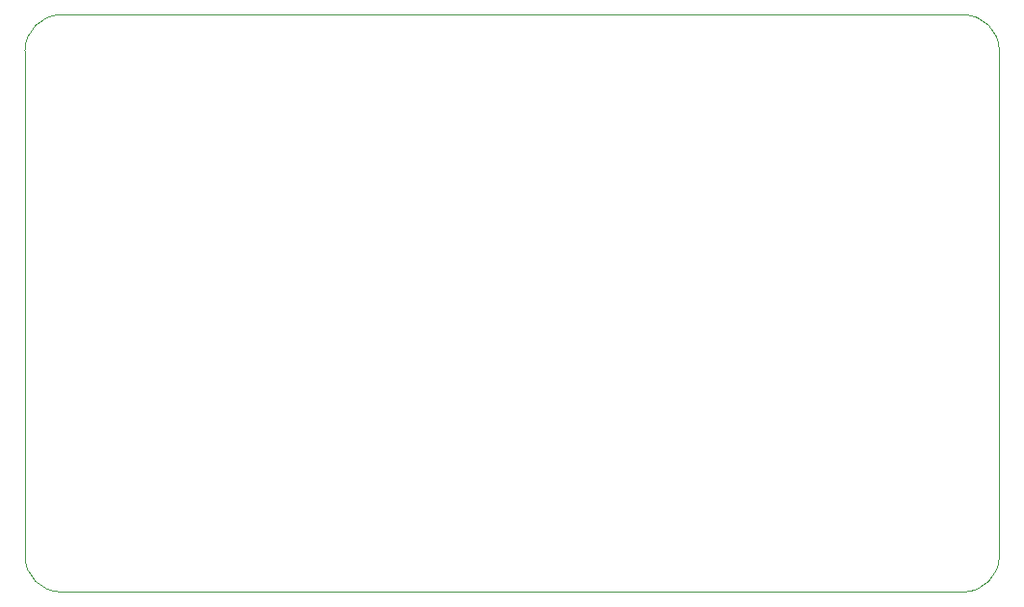
<source format=gm1>
G04 #@! TF.GenerationSoftware,KiCad,Pcbnew,(5.1.10)-1*
G04 #@! TF.CreationDate,2022-04-17T04:02:28-07:00*
G04 #@! TF.ProjectId,GPS_Board,4750535f-426f-4617-9264-2e6b69636164,rev?*
G04 #@! TF.SameCoordinates,Original*
G04 #@! TF.FileFunction,Profile,NP*
%FSLAX46Y46*%
G04 Gerber Fmt 4.6, Leading zero omitted, Abs format (unit mm)*
G04 Created by KiCad (PCBNEW (5.1.10)-1) date 2022-04-17 04:02:28*
%MOMM*%
%LPD*%
G01*
G04 APERTURE LIST*
G04 #@! TA.AperFunction,Profile*
%ADD10C,0.100000*%
G04 #@! TD*
G04 APERTURE END LIST*
D10*
X114300002Y-111124999D02*
G75*
G02*
X111125001Y-107950000I-1J3175000D01*
G01*
X114300000Y-60325000D02*
X193675000Y-60325000D01*
X193675000Y-111124999D02*
X114300000Y-111124999D01*
X111125001Y-107950000D02*
X111125001Y-63499999D01*
X193674999Y-60325000D02*
G75*
G02*
X196850000Y-63499999I1J-3175000D01*
G01*
X111125000Y-63500000D02*
G75*
G02*
X114300000Y-60325000I3175000J0D01*
G01*
X196850000Y-107949999D02*
G75*
G02*
X193675000Y-111124999I-3175000J0D01*
G01*
X196850000Y-63499999D02*
X196850001Y-107950000D01*
M02*

</source>
